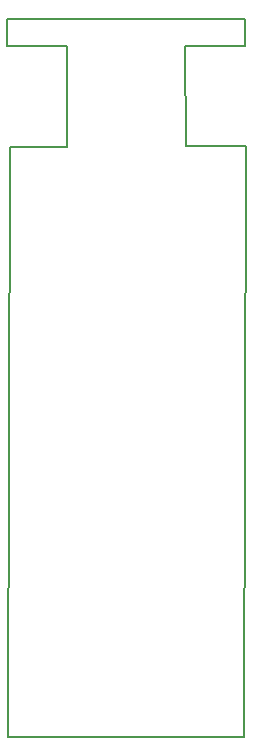
<source format=gm1>
%TF.GenerationSoftware,KiCad,Pcbnew,(6.0.7)*%
%TF.CreationDate,2023-02-07T15:13:14-05:00*%
%TF.ProjectId,DCA_USMR_Sens,4443415f-5553-44d5-925f-53656e732e6b,v1.1*%
%TF.SameCoordinates,Original*%
%TF.FileFunction,Profile,NP*%
%FSLAX46Y46*%
G04 Gerber Fmt 4.6, Leading zero omitted, Abs format (unit mm)*
G04 Created by KiCad (PCBNEW (6.0.7)) date 2023-02-07 15:13:14*
%MOMM*%
%LPD*%
G01*
G04 APERTURE LIST*
%TA.AperFunction,Profile*%
%ADD10C,0.200000*%
%TD*%
G04 APERTURE END LIST*
D10*
X237450000Y-96530000D02*
X232430000Y-96530000D01*
X232450000Y-104950000D01*
X237550000Y-104978146D01*
X237440000Y-154990000D01*
X217445729Y-154990000D01*
X217550000Y-105030000D01*
X222450000Y-105030000D01*
X222450000Y-96530000D01*
X217350000Y-96530000D01*
X217350000Y-94230000D01*
X237450000Y-94230000D01*
X237450000Y-96530000D01*
M02*

</source>
